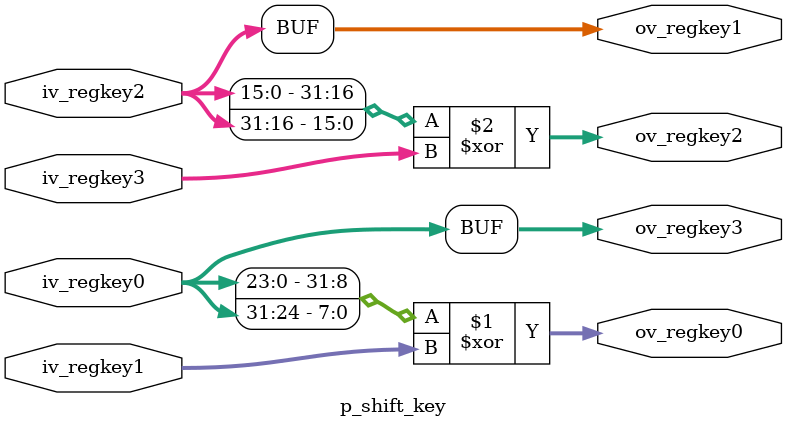
<source format=v>
module p_shift_key(
        iv_regkey0,
        iv_regkey1,
        iv_regkey2,
        iv_regkey3,
        ov_regkey0,
        ov_regkey1,
        ov_regkey2,
        ov_regkey3
        );
  input[31:0] iv_regkey0;
  input[31:0] iv_regkey1;
  input[31:0] iv_regkey2;
  input[31:0] iv_regkey3;
  output[31:0] ov_regkey0;
  output[31:0] ov_regkey1;
  output[31:0] ov_regkey2;
  output[31:0] ov_regkey3;

  assign ov_regkey0 = {iv_regkey0[23:0],iv_regkey0[31:24]} ^ iv_regkey1;
  assign ov_regkey1 = iv_regkey2;
  assign ov_regkey2 = {iv_regkey2[15:0],iv_regkey2[31:16]} ^ iv_regkey3;
  assign ov_regkey3 = iv_regkey0;

endmodule	

</source>
